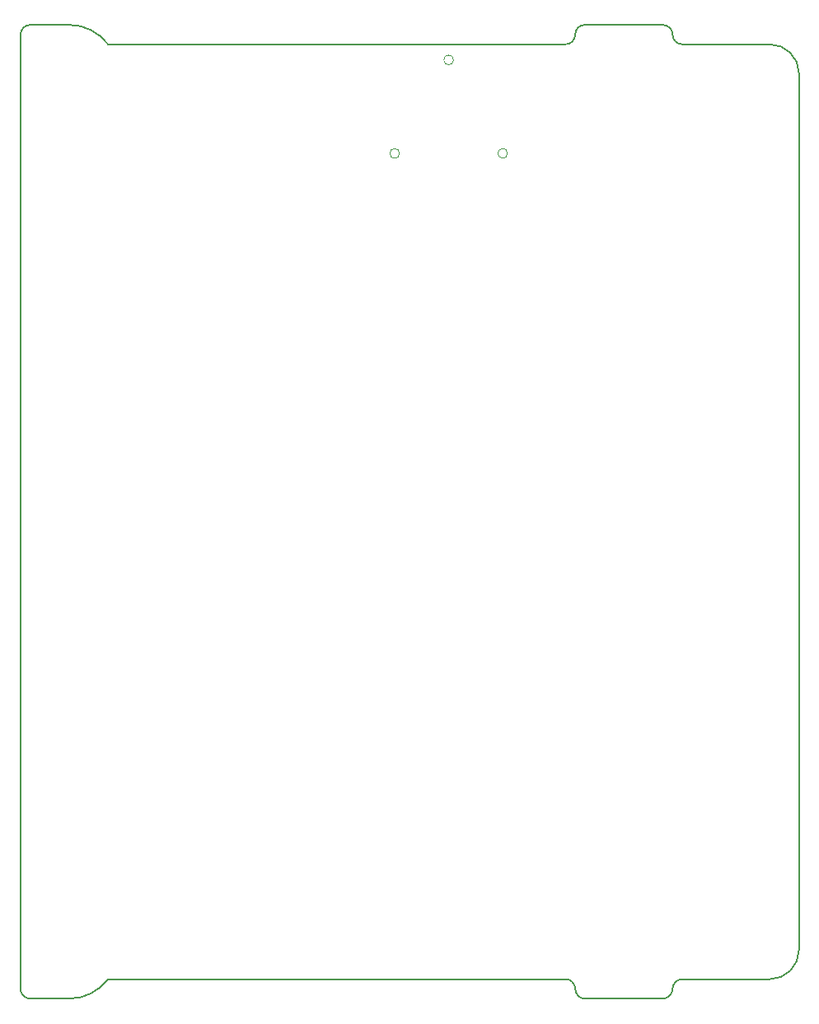
<source format=gbr>
%TF.GenerationSoftware,KiCad,Pcbnew,9.0.6*%
%TF.CreationDate,2025-12-01T18:44:20+03:00*%
%TF.ProjectId,PMCPU-LLP,504d4350-552d-44c4-9c50-2e6b69636164,rev?*%
%TF.SameCoordinates,Original*%
%TF.FileFunction,Profile,NP*%
%FSLAX46Y46*%
G04 Gerber Fmt 4.6, Leading zero omitted, Abs format (unit mm)*
G04 Created by KiCad (PCBNEW 9.0.6) date 2025-12-01 18:44:20*
%MOMM*%
%LPD*%
G01*
G04 APERTURE LIST*
%TA.AperFunction,Profile*%
%ADD10C,0.200000*%
%TD*%
%TA.AperFunction,Profile*%
%ADD11C,0.050000*%
%TD*%
G04 APERTURE END LIST*
D10*
X-35000000Y50000000D02*
G75*
G02*
X-31000000Y48000000I0J-5000000D01*
G01*
X18000000Y-50000000D02*
X26000000Y-50000000D01*
X40000000Y45000000D02*
X40000000Y-45000000D01*
X-31000000Y48000000D02*
X16000000Y48000000D01*
X27000000Y-49000000D02*
G75*
G02*
X26000000Y-50000000I-1000000J0D01*
G01*
X28000000Y48000000D02*
X37000000Y48000000D01*
X-39000000Y-50000000D02*
X-35000000Y-50000000D01*
X-39000000Y-50000000D02*
G75*
G02*
X-40000000Y-49000000I0J1000000D01*
G01*
X28000000Y48000000D02*
G75*
G02*
X27000000Y49000000I0J1000000D01*
G01*
X26000000Y50000000D02*
X18000000Y50000000D01*
X16000000Y-48000000D02*
X-31000000Y-48000000D01*
X28000000Y-48000000D02*
X37000000Y-48000000D01*
X-40000000Y49000000D02*
G75*
G02*
X-39000000Y50000000I1000000J0D01*
G01*
X16000000Y-48000000D02*
G75*
G02*
X17000000Y-49000000I0J-1000000D01*
G01*
X40000000Y-45000000D02*
G75*
G02*
X37000000Y-48000000I-3000000J0D01*
G01*
X-40000000Y-49000000D02*
X-40000000Y49000000D01*
X26000000Y50000000D02*
G75*
G02*
X27000000Y49000000I0J-1000000D01*
G01*
X17000000Y49000000D02*
G75*
G02*
X16000000Y48000000I-1000000J0D01*
G01*
X-31000000Y-48000000D02*
G75*
G02*
X-35000000Y-50000000I-4000000J3000000D01*
G01*
X37000000Y48000000D02*
G75*
G02*
X40000000Y45000000I0J-3000000D01*
G01*
X27000000Y-49000000D02*
G75*
G02*
X28000000Y-48000000I1000000J0D01*
G01*
X17000000Y49000000D02*
G75*
G02*
X18000000Y50000000I1000000J0D01*
G01*
X-39000000Y50000000D02*
X-35000000Y50000000D01*
X18000000Y-50000000D02*
G75*
G02*
X17000000Y-49000000I0J1000000D01*
G01*
D11*
%TO.C,J6*%
X-1050000Y36800000D02*
G75*
G02*
X-2050000Y36800000I-500000J0D01*
G01*
X-2050000Y36800000D02*
G75*
G02*
X-1050000Y36800000I500000J0D01*
G01*
X4500000Y46400000D02*
G75*
G02*
X3500000Y46400000I-500000J0D01*
G01*
X3500000Y46400000D02*
G75*
G02*
X4500000Y46400000I500000J0D01*
G01*
X10050000Y36800000D02*
G75*
G02*
X9050000Y36800000I-500000J0D01*
G01*
X9050000Y36800000D02*
G75*
G02*
X10050000Y36800000I500000J0D01*
G01*
%TD*%
M02*

</source>
